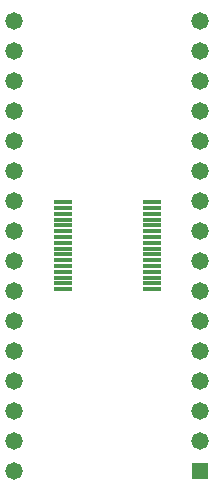
<source format=gbs>
G04*
G04 #@! TF.GenerationSoftware,Altium Limited,Altium Designer,24.9.1 (31)*
G04*
G04 Layer_Color=16711935*
%FSLAX44Y44*%
%MOMM*%
G71*
G04*
G04 #@! TF.SameCoordinates,21AEE92C-E314-49C0-A966-B7B5AD7E222B*
G04*
G04*
G04 #@! TF.FilePolarity,Negative*
G04*
G01*
G75*
%ADD17C,1.4716*%
%ADD18R,1.4716X1.4716*%
%ADD24R,1.5748X0.3716*%
D17*
X1609090Y650240D02*
D03*
Y624840D02*
D03*
Y599440D02*
D03*
Y574040D02*
D03*
Y548640D02*
D03*
Y523240D02*
D03*
Y497840D02*
D03*
Y472440D02*
D03*
Y447040D02*
D03*
Y421640D02*
D03*
Y396240D02*
D03*
Y370840D02*
D03*
Y345440D02*
D03*
Y320040D02*
D03*
Y294640D02*
D03*
Y269240D02*
D03*
X1766570Y294640D02*
D03*
Y320040D02*
D03*
Y345440D02*
D03*
Y370840D02*
D03*
Y396240D02*
D03*
Y421640D02*
D03*
Y447040D02*
D03*
Y472440D02*
D03*
Y497840D02*
D03*
Y523240D02*
D03*
Y548640D02*
D03*
Y574040D02*
D03*
Y599440D02*
D03*
Y624840D02*
D03*
Y650240D02*
D03*
D18*
Y269240D02*
D03*
D24*
X1726306Y422971D02*
D03*
Y427975D02*
D03*
Y432725D02*
D03*
Y437729D02*
D03*
Y442479D02*
D03*
Y447483D02*
D03*
Y452487D02*
D03*
Y457237D02*
D03*
Y462241D02*
D03*
Y466991D02*
D03*
Y471995D02*
D03*
Y476999D02*
D03*
Y481749D02*
D03*
Y486753D02*
D03*
Y491503D02*
D03*
Y496507D02*
D03*
X1650614D02*
D03*
Y491503D02*
D03*
Y486753D02*
D03*
Y481749D02*
D03*
Y476999D02*
D03*
Y471995D02*
D03*
Y466991D02*
D03*
Y462241D02*
D03*
Y457237D02*
D03*
Y452487D02*
D03*
Y447483D02*
D03*
Y442479D02*
D03*
Y437729D02*
D03*
Y432725D02*
D03*
Y427975D02*
D03*
Y422971D02*
D03*
M02*

</source>
